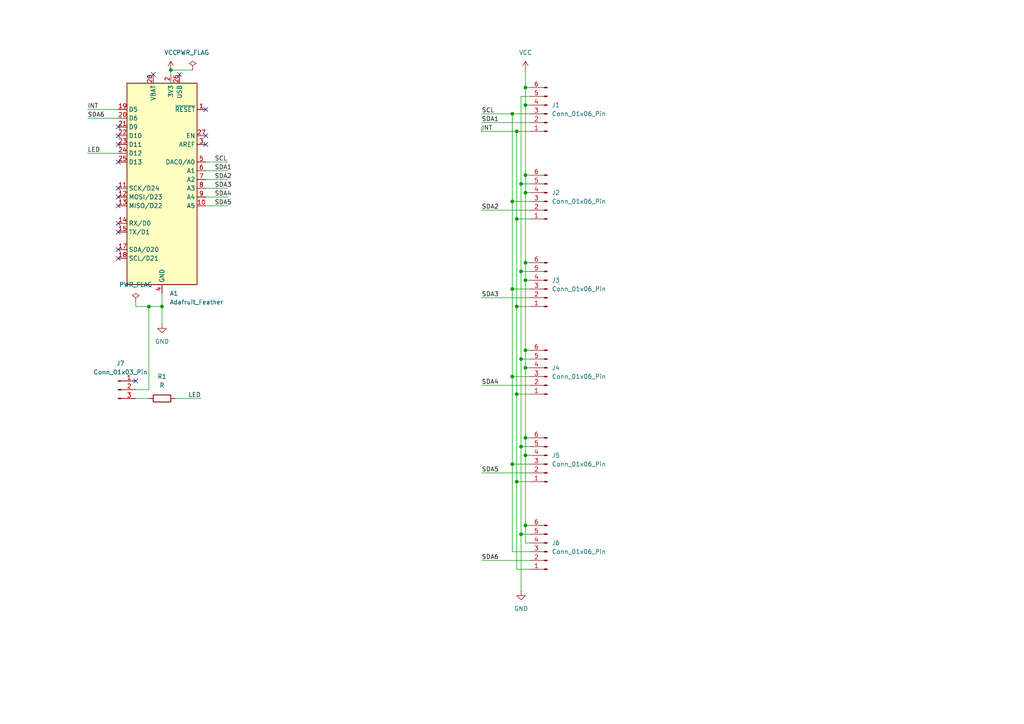
<source format=kicad_sch>
(kicad_sch (version 20231120) (generator "eeschema") (generator_version "8.0")
  (paper "A4")
  (lib_symbols
    (symbol "Connector:Conn_01x03_Pin" (pin_names (offset 1.016) hide)
      (property "Reference" "J" (at 0 5.08 0))
      (property "Value" "Conn_01x03_Pin" (at 0 -5.08 0))
      (symbol "Conn_01x03_Pin_1_1"
        (polyline (pts (xy 1.27 -2.54) (xy 0.8636 -2.54)) (stroke (width 0.1524)))
        (polyline (pts (xy 1.27 0) (xy 0.8636 0)) (stroke (width 0.1524)))
        (polyline (pts (xy 1.27 2.54) (xy 0.8636 2.54)) (stroke (width 0.1524)))
        (rectangle (start 0.8636 -2.413) (end 0 -2.667) (stroke (width 0.1524)) (fill (type outline)))
        (rectangle (start 0.8636 0.127) (end 0 -0.127) (stroke (width 0.1524)) (fill (type outline)))
        (rectangle (start 0.8636 2.667) (end 0 2.413) (stroke (width 0.1524)) (fill (type outline)))
        (pin passive line (at 5.08 2.54 180) (length 3.81) (name "Pin_1") (number "1"))
        (pin passive line (at 5.08 0 180) (length 3.81) (name "Pin_2") (number "2"))
        (pin passive line (at 5.08 -2.54 180) (length 3.81) (name "Pin_3") (number "3"))
      )
    )
    (symbol "Connector:Conn_01x06_Pin" (pin_names (offset 1.016) hide)
      (property "Reference" "J" (at 0 7.62 0))
      (property "Value" "Conn_01x06_Pin" (at 0 -10.16 0))
      (symbol "Conn_01x06_Pin_1_1"
        (polyline (pts (xy 1.27 -7.62) (xy 0.8636 -7.62)) (stroke (width 0.1524)))
        (polyline (pts (xy 1.27 -5.08) (xy 0.8636 -5.08)) (stroke (width 0.1524)))
        (polyline (pts (xy 1.27 -2.54) (xy 0.8636 -2.54)) (stroke (width 0.1524)))
        (polyline (pts (xy 1.27 0) (xy 0.8636 0)) (stroke (width 0.1524)))
        (polyline (pts (xy 1.27 2.54) (xy 0.8636 2.54)) (stroke (width 0.1524)))
        (polyline (pts (xy 1.27 5.08) (xy 0.8636 5.08)) (stroke (width 0.1524)))
        (rectangle (start 0.8636 -7.493) (end 0 -7.747) (stroke (width 0.1524)) (fill (type outline)))
        (rectangle (start 0.8636 -4.953) (end 0 -5.207) (stroke (width 0.1524)) (fill (type outline)))
        (rectangle (start 0.8636 -2.413) (end 0 -2.667) (stroke (width 0.1524)) (fill (type outline)))
        (rectangle (start 0.8636 0.127) (end 0 -0.127) (stroke (width 0.1524)) (fill (type outline)))
        (rectangle (start 0.8636 2.667) (end 0 2.413) (stroke (width 0.1524)) (fill (type outline)))
        (rectangle (start 0.8636 5.207) (end 0 4.953) (stroke (width 0.1524)) (fill (type outline)))
        (pin passive line (at 5.08 5.08 180) (length 3.81) (name "Pin_1") (number "1"))
        (pin passive line (at 5.08 2.54 180) (length 3.81) (name "Pin_2") (number "2"))
        (pin passive line (at 5.08 0 180) (length 3.81) (name "Pin_3") (number "3"))
        (pin passive line (at 5.08 -2.54 180) (length 3.81) (name "Pin_4") (number "4"))
        (pin passive line (at 5.08 -5.08 180) (length 3.81) (name "Pin_5") (number "5"))
        (pin passive line (at 5.08 -7.62 180) (length 3.81) (name "Pin_6") (number "6"))
      )
    )
    (symbol "Device:R" (pin_numbers hide) (pin_names (offset 0))
      (property "Reference" "R" (at 2.032 0 90))
      (property "Value" "R" (at 0 0 90))
      (symbol "R_0_1"
        (rectangle (start -1.016 -2.54) (end 1.016 2.54) (stroke (width 0.254)))
      )
      (symbol "R_1_1"
        (pin passive line (at 0 3.81 270) (length 1.27) (name "~") (number "1"))
        (pin passive line (at 0 -3.81 90) (length 1.27) (name "~") (number "2"))
      )
    )
    (symbol "MCU_Module:Adafruit_Feather_M0_Adalogger"
      (property "Reference" "A" (at -10.16 29.21 0))
      (property "Value" "Adafruit_Feather_M0_Adalogger" (at 2.54 -31.75 0))
      (symbol "Adafruit_Feather_M0_Adalogger_0_1"
        (rectangle (start -10.16 27.94) (end 10.16 -30.48) (stroke (width 0.254)) (fill (type background)))
      )
      (symbol "Adafruit_Feather_M0_Adalogger_1_1"
        (pin input line (at 12.7 20.32 180) (length 2.54) (name "~{RESET}") (number "1"))
        (pin bidirectional line (at 12.7 -7.62 180) (length 2.54) (name "A5") (number "10"))
        (pin bidirectional line (at -12.7 -2.54 0) (length 2.54) (name "SCK/D24") (number "11"))
        (pin bidirectional line (at -12.7 -5.08 0) (length 2.54) (name "MOSI/D23") (number "12"))
        (pin bidirectional line (at -12.7 -7.62 0) (length 2.54) (name "MISO/D22") (number "13"))
        (pin bidirectional line (at -12.7 -12.7 0) (length 2.54) (name "RX/D0") (number "14"))
        (pin bidirectional line (at -12.7 -15.24 0) (length 2.54) (name "TX/D1") (number "15"))
        (pin passive line (at 0 -33.02 90) (length 2.54) hide (name "GND") (number "16"))
        (pin bidirectional line (at -12.7 -20.32 0) (length 2.54) (name "SDA/D20") (number "17"))
        (pin bidirectional line (at -12.7 -22.86 0) (length 2.54) (name "SCL/D21") (number "18"))
        (pin bidirectional line (at -12.7 20.32 0) (length 2.54) (name "D5") (number "19"))
        (pin power_in line (at 2.54 30.48 270) (length 2.54) (name "3V3") (number "2"))
        (pin bidirectional line (at -12.7 17.78 0) (length 2.54) (name "D6") (number "20"))
        (pin bidirectional line (at -12.7 15.24 0) (length 2.54) (name "D9") (number "21"))
        (pin bidirectional line (at -12.7 12.7 0) (length 2.54) (name "D10") (number "22"))
        (pin bidirectional line (at -12.7 10.16 0) (length 2.54) (name "D11") (number "23"))
        (pin bidirectional line (at -12.7 7.62 0) (length 2.54) (name "D12") (number "24"))
        (pin bidirectional line (at -12.7 5.08 0) (length 2.54) (name "D13") (number "25"))
        (pin power_in line (at 5.08 30.48 270) (length 2.54) (name "USB") (number "26"))
        (pin input line (at 12.7 12.7 180) (length 2.54) (name "EN") (number "27"))
        (pin power_in line (at -2.54 30.48 270) (length 2.54) (name "VBAT") (number "28"))
        (pin input line (at 12.7 10.16 180) (length 2.54) (name "AREF") (number "3"))
        (pin power_in line (at 0 -33.02 90) (length 2.54) (name "GND") (number "4"))
        (pin bidirectional line (at 12.7 5.08 180) (length 2.54) (name "DAC0/A0") (number "5"))
        (pin bidirectional line (at 12.7 2.54 180) (length 2.54) (name "A1") (number "6"))
        (pin bidirectional line (at 12.7 0 180) (length 2.54) (name "A2") (number "7"))
        (pin bidirectional line (at 12.7 -2.54 180) (length 2.54) (name "A3") (number "8"))
        (pin bidirectional line (at 12.7 -5.08 180) (length 2.54) (name "A4") (number "9"))
      )
    )
    (symbol "power:GND" (power) (pin_numbers hide) (pin_names (offset 0) hide)
      (property "Value" "GND" (at 0 -3.81 0))
      (symbol "GND_0_1"
        (polyline (pts (xy 0 0) (xy 0 -1.27) (xy 1.27 -1.27) (xy 0 -2.54) (xy -1.27 -1.27) (xy 0 -1.27)))
      )
      (symbol "GND_1_1"
        (pin power_in line (at 0 0 270) (length 0) (name "~") (number "1"))
      )
    )
    (symbol "power:PWR_FLAG" (power) (pin_numbers hide) (pin_names (offset 0) hide)
      (property "Value" "PWR_FLAG" (at 0 3.81 0))
      (symbol "PWR_FLAG_0_0"
        (pin power_out line (at 0 0 90) (length 0) (name "~") (number "1"))
      )
      (symbol "PWR_FLAG_0_1"
        (polyline (pts (xy 0 0) (xy 0 1.27) (xy -1.016 1.905) (xy 0 2.54) (xy 1.016 1.905) (xy 0 1.27)))
      )
    )
    (symbol "power:VCC" (power) (pin_numbers hide) (pin_names (offset 0) hide)
      (property "Value" "VCC" (at 0 3.556 0))
      (symbol "VCC_0_1"
        (polyline (pts (xy -0.762 1.27) (xy 0 2.54)))
        (polyline (pts (xy 0 0) (xy 0 2.54)))
        (polyline (pts (xy 0 2.54) (xy 0.762 1.27)))
      )
      (symbol "VCC_1_1"
        (pin power_in line (at 0 0 90) (length 0) (name "~") (number "1"))
      )
    )
  )
  (junction (at 148.59 109.22))
  (junction (at 148.59 58.42))
  (junction (at 151.13 104.14))
  (junction (at 152.4 30.48))
  (junction (at 152.4 106.68))
  (junction (at 152.4 152.4))
  (junction (at 151.13 78.74))
  (junction (at 152.4 50.8))
  (junction (at 46.99 88.9))
  (junction (at 49.53 20.32))
  (junction (at 152.4 25.4))
  (junction (at 152.4 101.6))
  (junction (at 149.86 88.9))
  (junction (at 151.13 129.54))
  (junction (at 151.13 53.34))
  (junction (at 152.4 55.88))
  (junction (at 152.4 76.2))
  (junction (at 149.86 38.1))
  (junction (at 148.59 134.62))
  (junction (at 148.59 83.82))
  (junction (at 152.4 127))
  (junction (at 152.4 81.28))
  (junction (at 149.86 114.3))
  (junction (at 148.59 33.02))
  (junction (at 43.18 88.9))
  (junction (at 149.86 63.5))
  (junction (at 152.4 132.08))
  (junction (at 149.86 139.7))
  (junction (at 151.13 154.94))
  (no_connect (at 34.29 74.93))
  (no_connect (at 52.07 21.59))
  (no_connect (at 34.29 67.31))
  (no_connect (at 59.69 31.75))
  (no_connect (at 59.69 39.37))
  (no_connect (at 34.29 54.61))
  (no_connect (at 34.29 41.91))
  (no_connect (at 34.29 64.77))
  (no_connect (at 44.45 21.59))
  (no_connect (at 34.29 39.37))
  (no_connect (at 34.29 36.83))
  (no_connect (at 34.29 46.99))
  (no_connect (at 34.29 57.15))
  (no_connect (at 39.37 110.49))
  (no_connect (at 34.29 72.39))
  (no_connect (at 34.29 59.69))
  (no_connect (at 59.69 41.91))
  (wire (pts (xy 39.37 113.03) (xy 43.18 113.03)))
  (wire (pts (xy 148.59 33.02) (xy 148.59 58.42)))
  (wire (pts (xy 152.4 81.28) (xy 152.4 101.6)))
  (wire (pts (xy 50.8 115.57) (xy 58.42 115.57)))
  (wire (pts (xy 152.4 50.8) (xy 153.67 50.8)))
  (wire (pts (xy 148.59 109.22) (xy 153.67 109.22)))
  (wire (pts (xy 152.4 106.68) (xy 152.4 127)))
  (wire (pts (xy 25.4 44.45) (xy 34.29 44.45)))
  (wire (pts (xy 149.86 139.7) (xy 149.86 165.1)))
  (wire (pts (xy 46.99 88.9) (xy 46.99 93.98)))
  (wire (pts (xy 153.67 27.94) (xy 151.13 27.94)))
  (wire (pts (xy 43.18 88.9) (xy 39.37 88.9)))
  (wire (pts (xy 149.86 38.1) (xy 149.86 63.5)))
  (wire (pts (xy 59.69 54.61) (xy 66.04 54.61)))
  (wire (pts (xy 149.86 88.9) (xy 149.86 114.3)))
  (wire (pts (xy 152.4 25.4) (xy 152.4 30.48)))
  (wire (pts (xy 152.4 101.6) (xy 152.4 106.68)))
  (wire (pts (xy 148.59 160.02) (xy 153.67 160.02)))
  (wire (pts (xy 152.4 50.8) (xy 152.4 55.88)))
  (wire (pts (xy 151.13 154.94) (xy 153.67 154.94)))
  (wire (pts (xy 148.59 58.42) (xy 148.59 83.82)))
  (wire (pts (xy 149.86 63.5) (xy 153.67 63.5)))
  (wire (pts (xy 49.53 20.32) (xy 55.88 20.32)))
  (wire (pts (xy 151.13 53.34) (xy 151.13 78.74)))
  (wire (pts (xy 152.4 127) (xy 153.67 127)))
  (wire (pts (xy 151.13 129.54) (xy 151.13 154.94)))
  (wire (pts (xy 148.59 83.82) (xy 153.67 83.82)))
  (wire (pts (xy 148.59 83.82) (xy 148.59 109.22)))
  (wire (pts (xy 139.7 60.96) (xy 153.67 60.96)))
  (wire (pts (xy 43.18 88.9) (xy 46.99 88.9)))
  (wire (pts (xy 149.86 88.9) (xy 153.67 88.9)))
  (wire (pts (xy 152.4 132.08) (xy 152.4 152.4)))
  (wire (pts (xy 153.67 33.02) (xy 148.59 33.02)))
  (wire (pts (xy 148.59 58.42) (xy 153.67 58.42)))
  (wire (pts (xy 152.4 76.2) (xy 152.4 81.28)))
  (wire (pts (xy 151.13 104.14) (xy 153.67 104.14)))
  (wire (pts (xy 151.13 78.74) (xy 151.13 104.14)))
  (wire (pts (xy 148.59 109.22) (xy 148.59 134.62)))
  (wire (pts (xy 149.86 38.1) (xy 139.7 38.1)))
  (wire (pts (xy 39.37 88.9) (xy 39.37 87.63)))
  (wire (pts (xy 59.69 46.99) (xy 66.04 46.99)))
  (wire (pts (xy 139.7 137.16) (xy 153.67 137.16)))
  (wire (pts (xy 152.4 152.4) (xy 152.4 157.48)))
  (wire (pts (xy 151.13 129.54) (xy 153.67 129.54)))
  (wire (pts (xy 151.13 104.14) (xy 151.13 129.54)))
  (wire (pts (xy 149.86 114.3) (xy 149.86 139.7)))
  (wire (pts (xy 152.4 30.48) (xy 153.67 30.48)))
  (wire (pts (xy 152.4 55.88) (xy 152.4 76.2)))
  (wire (pts (xy 148.59 134.62) (xy 153.67 134.62)))
  (wire (pts (xy 43.18 113.03) (xy 43.18 88.9)))
  (wire (pts (xy 59.69 52.07) (xy 66.04 52.07)))
  (wire (pts (xy 152.4 101.6) (xy 153.67 101.6)))
  (wire (pts (xy 139.7 111.76) (xy 153.67 111.76)))
  (wire (pts (xy 152.4 132.08) (xy 153.67 132.08)))
  (wire (pts (xy 152.4 20.32) (xy 152.4 25.4)))
  (wire (pts (xy 139.7 36.83) (xy 139.7 38.1)))
  (wire (pts (xy 139.7 33.02) (xy 148.59 33.02)))
  (wire (pts (xy 152.4 152.4) (xy 153.67 152.4)))
  (wire (pts (xy 46.99 85.09) (xy 46.99 88.9)))
  (wire (pts (xy 149.86 139.7) (xy 153.67 139.7)))
  (wire (pts (xy 59.69 59.69) (xy 66.04 59.69)))
  (wire (pts (xy 149.86 63.5) (xy 149.86 88.9)))
  (wire (pts (xy 151.13 78.74) (xy 153.67 78.74)))
  (wire (pts (xy 152.4 30.48) (xy 152.4 50.8)))
  (wire (pts (xy 149.86 165.1) (xy 153.67 165.1)))
  (wire (pts (xy 151.13 27.94) (xy 151.13 53.34)))
  (wire (pts (xy 49.53 20.32) (xy 49.53 21.59)))
  (wire (pts (xy 152.4 55.88) (xy 153.67 55.88)))
  (wire (pts (xy 151.13 53.34) (xy 153.67 53.34)))
  (wire (pts (xy 149.86 114.3) (xy 153.67 114.3)))
  (wire (pts (xy 25.4 31.75) (xy 34.29 31.75)))
  (wire (pts (xy 151.13 154.94) (xy 151.13 171.45)))
  (wire (pts (xy 153.67 25.4) (xy 152.4 25.4)))
  (wire (pts (xy 153.67 38.1) (xy 149.86 38.1)))
  (wire (pts (xy 39.37 115.57) (xy 43.18 115.57)))
  (wire (pts (xy 152.4 76.2) (xy 153.67 76.2)))
  (wire (pts (xy 152.4 157.48) (xy 153.67 157.48)))
  (wire (pts (xy 25.4 34.29) (xy 34.29 34.29)))
  (wire (pts (xy 152.4 127) (xy 152.4 132.08)))
  (wire (pts (xy 139.7 35.56) (xy 153.67 35.56)))
  (wire (pts (xy 152.4 106.68) (xy 153.67 106.68)))
  (wire (pts (xy 139.7 86.36) (xy 153.67 86.36)))
  (wire (pts (xy 59.69 49.53) (xy 66.04 49.53)))
  (wire (pts (xy 139.7 162.56) (xy 153.67 162.56)))
  (wire (pts (xy 59.69 57.15) (xy 66.04 57.15)))
  (wire (pts (xy 148.59 134.62) (xy 148.59 160.02)))
  (wire (pts (xy 152.4 81.28) (xy 153.67 81.28)))
  (label "SDA6" (at 139.7 162.56 0))
  (label "SDA5" (at 62.23 59.69 0))
  (label "SDA1" (at 62.23 49.53 0))
  (label "SDA4" (at 62.23 57.15 0))
  (label "SCL" (at 139.7 33.02 0))
  (label "LED" (at 54.61 115.57 0))
  (label "INT" (at 139.7 38.1 0))
  (label "SDA3" (at 139.7 86.36 0))
  (label "LED" (at 25.4 44.45 0))
  (label "SDA5" (at 139.7 137.16 0))
  (label "SCL" (at 62.23 46.99 0))
  (label "INT" (at 25.4 31.75 0))
  (label "SDA4" (at 139.7 111.76 0))
  (label "SDA3" (at 62.23 54.61 0))
  (label "SDA2" (at 62.23 52.07 0))
  (label "SDA1" (at 139.7 35.56 0))
  (label "SDA6" (at 25.4 34.29 0))
  (label "SDA2" (at 139.7 60.96 0))
  (symbol (lib_id "Connector:Conn_01x06_Pin") (at 158.75 58.42 180) (unit 1)
    (property "Reference" "J2" (at 160.02 55.8799 0) (effects (justify right)))
    (property "Value" "Conn_01x06_Pin" (at 160.02 58.4199 0) (effects (justify right)))
    (property "Footprint" "Connector_PinHeader_2.54mm:PinHeader_1x06_P2.54mm_Vertical" (effects (hide yes)))
    (property "Description" "Generic connector, single row, 01x06, script generated" (effects (hide yes)))
  )
  (symbol (lib_id "Connector:Conn_01x06_Pin") (at 158.75 134.62 180) (unit 1)
    (property "Reference" "J5" (at 160.02 132.0799 0) (effects (justify right)))
    (property "Value" "Conn_01x06_Pin" (at 160.02 134.6199 0) (effects (justify right)))
    (property "Footprint" "Connector_PinHeader_2.54mm:PinHeader_1x06_P2.54mm_Vertical" (effects (hide yes)))
    (property "Description" "Generic connector, single row, 01x06, script generated" (effects (hide yes)))
  )
  (symbol (lib_id "Connector:Conn_01x06_Pin") (at 158.75 33.02 180) (unit 1)
    (property "Reference" "J1" (at 160.02 30.4799 0) (effects (justify right)))
    (property "Value" "Conn_01x06_Pin" (at 160.02 33.0199 0) (effects (justify right)))
    (property "Footprint" "Connector_PinHeader_2.54mm:PinHeader_1x06_P2.54mm_Vertical" (effects (hide yes)))
    (property "Description" "Generic connector, single row, 01x06, script generated" (effects (hide yes)))
  )
  (symbol (lib_id "Connector:Conn_01x03_Pin") (at 34.29 113.03 0) (unit 1)
    (property "Reference" "J7" (at 34.925 105.41 0))
    (property "Value" "Conn_01x03_Pin" (at 34.925 107.95 0))
    (property "Footprint" "Connector_PinHeader_2.54mm:PinHeader_1x03_P2.54mm_Vertical" (effects (hide yes)))
    (property "Description" "Generic connector, single row, 01x03, script generated" (effects (hide yes)))
  )
  (symbol (lib_id "Connector:Conn_01x06_Pin") (at 158.75 160.02 180) (unit 1)
    (property "Reference" "J6" (at 160.02 157.4799 0) (effects (justify right)))
    (property "Value" "Conn_01x06_Pin" (at 160.02 160.0199 0) (effects (justify right)))
    (property "Footprint" "Connector_PinHeader_2.54mm:PinHeader_1x06_P2.54mm_Vertical" (effects (hide yes)))
    (property "Description" "Generic connector, single row, 01x06, script generated" (effects (hide yes)))
  )
  (symbol (lib_id "power:PWR_FLAG") (at 55.88 20.32 0) (unit 1)
    (property "Reference" "#FLG01" (effects (hide yes)))
    (property "Value" "PWR_FLAG" (at 55.88 15.24 0))
    (property "Description" "Special symbol for telling ERC where power comes from" (effects (hide yes)))
  )
  (symbol (lib_id "Connector:Conn_01x06_Pin") (at 158.75 83.82 180) (unit 1)
    (property "Reference" "J3" (at 160.02 81.2799 0) (effects (justify right)))
    (property "Value" "Conn_01x06_Pin" (at 160.02 83.8199 0) (effects (justify right)))
    (property "Footprint" "Connector_PinHeader_2.54mm:PinHeader_1x06_P2.54mm_Vertical" (effects (hide yes)))
    (property "Description" "Generic connector, single row, 01x06, script generated" (effects (hide yes)))
  )
  (symbol (lib_id "power:VCC") (at 152.4 20.32 0) (unit 1)
    (property "Reference" "#PWR01" (effects (hide yes)))
    (property "Value" "VCC" (at 152.4 15.24 0))
    (property "Description" "Power symbol creates a global label with name \"VCC\"" (effects (hide yes)))
  )
  (symbol (lib_id "MCU_Module:Adafruit_Feather_M0_Adalogger") (at 46.99 52.07 0) (unit 1)
    (property "Reference" "A1" (at 49.1841 85.09 0) (effects (justify left)))
    (property "Value" "Adafruit_Feather" (at 49.1841 87.63 0) (effects (justify left)))
    (property "Footprint" "Module:Adafruit_Feather" (effects (hide yes)))
    (property "Datasheet" "https://cdn-learn.adafruit.com/downloads/pdf/adafruit-feather-m0-adalogger.pdf" (effects (hide yes)))
    (property "Description" "Microcontroller module with SAMD21 Cortex-M0 MCU and SD card reader" (effects (hide yes)))
  )
  (symbol (lib_id "Connector:Conn_01x06_Pin") (at 158.75 109.22 180) (unit 1)
    (property "Reference" "J4" (at 160.02 106.6799 0) (effects (justify right)))
    (property "Value" "Conn_01x06_Pin" (at 160.02 109.2199 0) (effects (justify right)))
    (property "Footprint" "Connector_PinHeader_2.54mm:PinHeader_1x06_P2.54mm_Vertical" (effects (hide yes)))
    (property "Description" "Generic connector, single row, 01x06, script generated" (effects (hide yes)))
  )
  (symbol (lib_id "Device:R") (at 46.99 115.57 90) (unit 1)
    (property "Reference" "R1" (at 46.99 109.22 90))
    (property "Value" "R" (at 46.99 111.76 90))
    (property "Footprint" "Resistor_SMD:R_1206_3216Metric_Pad1.30x1.75mm_HandSolder" (effects (hide yes)))
    (property "Description" "Resistor" (effects (hide yes)))
  )
  (symbol (lib_id "power:GND") (at 46.99 93.98 0) (unit 1)
    (property "Reference" "#PWR03" (effects (hide yes)))
    (property "Value" "GND" (at 46.99 99.06 0))
    (property "Description" "Power symbol creates a global label with name \"GND\" , ground" (effects (hide yes)))
  )
  (symbol (lib_id "power:GND") (at 151.13 171.45 0) (unit 1)
    (property "Reference" "#PWR04" (effects (hide yes)))
    (property "Value" "GND" (at 151.13 176.53 0))
    (property "Description" "Power symbol creates a global label with name \"GND\" , ground" (effects (hide yes)))
  )
  (symbol (lib_id "power:PWR_FLAG") (at 39.37 87.63 0) (unit 1)
    (property "Reference" "#FLG02" (effects (hide yes)))
    (property "Value" "PWR_FLAG" (at 39.37 82.55 0))
    (property "Description" "Special symbol for telling ERC where power comes from" (effects (hide yes)))
  )
  (symbol (lib_id "power:VCC") (at 49.53 20.32 0) (unit 1)
    (property "Reference" "#PWR02" (effects (hide yes)))
    (property "Value" "VCC" (at 49.53 15.24 0))
    (property "Description" "Power symbol creates a global label with name \"VCC\"" (effects (hide yes)))
  )
)
</source>
